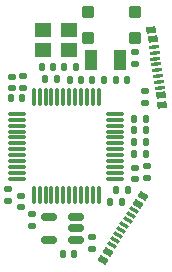
<source format=gbp>
G04 #@! TF.GenerationSoftware,KiCad,Pcbnew,(7.0.0-0)*
G04 #@! TF.CreationDate,2024-02-07T16:44:52+08:00*
G04 #@! TF.ProjectId,SWDProgrammer,53574450-726f-4677-9261-6d6d65722e6b,rev?*
G04 #@! TF.SameCoordinates,Original*
G04 #@! TF.FileFunction,Paste,Bot*
G04 #@! TF.FilePolarity,Positive*
%FSLAX46Y46*%
G04 Gerber Fmt 4.6, Leading zero omitted, Abs format (unit mm)*
G04 Created by KiCad (PCBNEW (7.0.0-0)) date 2024-02-07 16:44:52*
%MOMM*%
%LPD*%
G01*
G04 APERTURE LIST*
G04 Aperture macros list*
%AMRoundRect*
0 Rectangle with rounded corners*
0 $1 Rounding radius*
0 $2 $3 $4 $5 $6 $7 $8 $9 X,Y pos of 4 corners*
0 Add a 4 corners polygon primitive as box body*
4,1,4,$2,$3,$4,$5,$6,$7,$8,$9,$2,$3,0*
0 Add four circle primitives for the rounded corners*
1,1,$1+$1,$2,$3*
1,1,$1+$1,$4,$5*
1,1,$1+$1,$6,$7*
1,1,$1+$1,$8,$9*
0 Add four rect primitives between the rounded corners*
20,1,$1+$1,$2,$3,$4,$5,0*
20,1,$1+$1,$4,$5,$6,$7,0*
20,1,$1+$1,$6,$7,$8,$9,0*
20,1,$1+$1,$8,$9,$2,$3,0*%
%AMRotRect*
0 Rectangle, with rotation*
0 The origin of the aperture is its center*
0 $1 length*
0 $2 width*
0 $3 Rotation angle, in degrees counterclockwise*
0 Add horizontal line*
21,1,$1,$2,0,0,$3*%
G04 Aperture macros list end*
%ADD10RoundRect,0.140000X-0.170000X0.140000X-0.170000X-0.140000X0.170000X-0.140000X0.170000X0.140000X0*%
%ADD11RoundRect,0.100000X-0.400000X-0.400000X0.400000X-0.400000X0.400000X0.400000X-0.400000X0.400000X0*%
%ADD12RoundRect,0.140000X0.140000X0.170000X-0.140000X0.170000X-0.140000X-0.170000X0.140000X-0.170000X0*%
%ADD13RoundRect,0.135000X0.185000X-0.135000X0.185000X0.135000X-0.185000X0.135000X-0.185000X-0.135000X0*%
%ADD14R,1.000000X1.800000*%
%ADD15RoundRect,0.135000X0.135000X0.185000X-0.135000X0.185000X-0.135000X-0.185000X0.135000X-0.185000X0*%
%ADD16RoundRect,0.150000X0.512500X0.150000X-0.512500X0.150000X-0.512500X-0.150000X0.512500X-0.150000X0*%
%ADD17RoundRect,0.135000X-0.185000X0.135000X-0.185000X-0.135000X0.185000X-0.135000X0.185000X0.135000X0*%
%ADD18RoundRect,0.140000X0.170000X-0.140000X0.170000X0.140000X-0.170000X0.140000X-0.170000X-0.140000X0*%
%ADD19RoundRect,0.147500X-0.172500X0.147500X-0.172500X-0.147500X0.172500X-0.147500X0.172500X0.147500X0*%
%ADD20RoundRect,0.075000X-0.075000X0.662500X-0.075000X-0.662500X0.075000X-0.662500X0.075000X0.662500X0*%
%ADD21RoundRect,0.075000X-0.662500X0.075000X-0.662500X-0.075000X0.662500X-0.075000X0.662500X0.075000X0*%
%ADD22RoundRect,0.135000X-0.135000X-0.185000X0.135000X-0.185000X0.135000X0.185000X-0.135000X0.185000X0*%
%ADD23RoundRect,0.140000X-0.140000X-0.170000X0.140000X-0.170000X0.140000X0.170000X-0.140000X0.170000X0*%
%ADD24RotRect,0.540000X0.800000X58.000000*%
%ADD25RotRect,0.300000X0.800000X58.000000*%
%ADD26R,1.400000X1.200000*%
%ADD27RoundRect,0.147500X-0.147500X-0.172500X0.147500X-0.172500X0.147500X0.172500X-0.147500X0.172500X0*%
%ADD28RotRect,0.540000X0.800000X98.000000*%
%ADD29RotRect,0.300000X0.800000X98.000000*%
G04 APERTURE END LIST*
D10*
X149350000Y-65600000D03*
X149350000Y-66560000D03*
D11*
X144350000Y-54750000D03*
X148350000Y-54750000D03*
X144350000Y-52550000D03*
X148350000Y-52550000D03*
D12*
X147630000Y-58250000D03*
X146670000Y-58250000D03*
D13*
X137550000Y-68550001D03*
X137550000Y-67530001D03*
D14*
X147049999Y-56599999D03*
X144549999Y-56599999D03*
D15*
X147744721Y-67588413D03*
X146724721Y-67588413D03*
D16*
X143287500Y-69900000D03*
X143287500Y-70850000D03*
X143287500Y-71800000D03*
X141012500Y-71800000D03*
X141012500Y-69900000D03*
D17*
X144700000Y-71550000D03*
X144700000Y-72570000D03*
D12*
X143299763Y-57160534D03*
X142339763Y-57160534D03*
D18*
X138650000Y-69080000D03*
X138650000Y-68120000D03*
D12*
X143780000Y-58250000D03*
X142820000Y-58250000D03*
D19*
X137875000Y-57990000D03*
X137875000Y-58960000D03*
D18*
X139600000Y-70610000D03*
X139600000Y-69650000D03*
D12*
X145674714Y-58268919D03*
X144714714Y-58268919D03*
D20*
X139737500Y-59737500D03*
X140237500Y-59737500D03*
X140737500Y-59737500D03*
X141237500Y-59737500D03*
X141737500Y-59737500D03*
X142237500Y-59737500D03*
X142737500Y-59737500D03*
X143237500Y-59737500D03*
X143737500Y-59737500D03*
X144237500Y-59737500D03*
X144737500Y-59737500D03*
X145237500Y-59737500D03*
D21*
X146650000Y-61150000D03*
X146650000Y-61650000D03*
X146650000Y-62150000D03*
X146650000Y-62650000D03*
X146650000Y-63150000D03*
X146650000Y-63650000D03*
X146650000Y-64150000D03*
X146650000Y-64650000D03*
X146650000Y-65150000D03*
X146650000Y-65650000D03*
X146650000Y-66150000D03*
X146650000Y-66650000D03*
D20*
X145237500Y-68062500D03*
X144737500Y-68062500D03*
X144237500Y-68062500D03*
X143737500Y-68062500D03*
X143237500Y-68062500D03*
X142737500Y-68062500D03*
X142237500Y-68062500D03*
X141737500Y-68062500D03*
X141237500Y-68062500D03*
X140737500Y-68062500D03*
X140237500Y-68062500D03*
X139737500Y-68062500D03*
D21*
X138325000Y-66650000D03*
X138325000Y-66150000D03*
X138325000Y-65650000D03*
X138325000Y-65150000D03*
X138325000Y-64650000D03*
X138325000Y-64150000D03*
X138325000Y-63650000D03*
X138325000Y-63150000D03*
X138325000Y-62650000D03*
X138325000Y-62150000D03*
X138325000Y-61650000D03*
X138325000Y-61150000D03*
D22*
X148199999Y-62550000D03*
X149219999Y-62550000D03*
D23*
X137795000Y-59825000D03*
X138755000Y-59825000D03*
D24*
X145589689Y-73510425D03*
X148981172Y-68082918D03*
X146013624Y-72831987D03*
X148557236Y-68761356D03*
D25*
X147947829Y-69736611D03*
X147417910Y-70584660D03*
X147152950Y-71008684D03*
X146623031Y-71856732D03*
X146358071Y-72280756D03*
X146887991Y-71432708D03*
X147682870Y-70160635D03*
X148217028Y-69305803D03*
D10*
X148300000Y-65700000D03*
X148300000Y-66660000D03*
D26*
X140499999Y-54049999D03*
X142699999Y-54049999D03*
X142699999Y-55749999D03*
X140499999Y-55749999D03*
D23*
X142220000Y-73050000D03*
X143180000Y-73050000D03*
D27*
X148250000Y-61600000D03*
X149220000Y-61600000D03*
D23*
X140440000Y-57150000D03*
X141400000Y-57150000D03*
D17*
X138850000Y-57965000D03*
X138850000Y-58985000D03*
D13*
X148350000Y-56919999D03*
X148350000Y-55899999D03*
D28*
X150596342Y-60382177D03*
X149705634Y-54044462D03*
X150485003Y-59589963D03*
X149816972Y-54836676D03*
D29*
X149977021Y-55975484D03*
X150116194Y-56965753D03*
X150185781Y-57460887D03*
X150324954Y-58451155D03*
X150394541Y-58946289D03*
X150255367Y-57956021D03*
X150046608Y-56470619D03*
X149906321Y-55472428D03*
D15*
X149260000Y-64550000D03*
X148240000Y-64550000D03*
X149260000Y-63500000D03*
X148240000Y-63500000D03*
D22*
X146175532Y-68598922D03*
X147195532Y-68598922D03*
D15*
X141710000Y-58200000D03*
X140690000Y-58200000D03*
D13*
X149200000Y-60210000D03*
X149200000Y-59190000D03*
M02*

</source>
